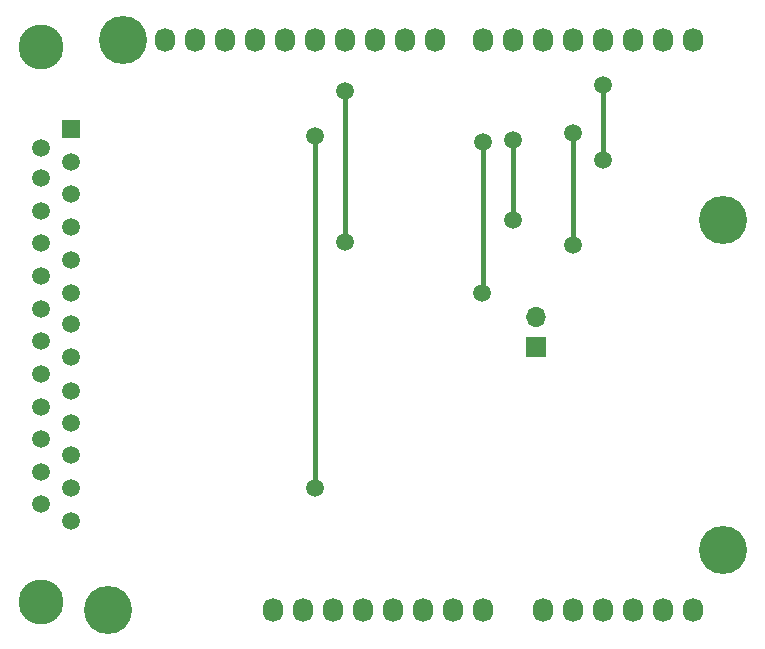
<source format=gbr>
G04 #@! TF.GenerationSoftware,KiCad,Pcbnew,(2017-06-10 revision eadfff8ac)-master*
G04 #@! TF.CreationDate,2017-06-12T02:29:33+02:00*
G04 #@! TF.ProjectId,GRBL_Stepcraft,4752424C5F5374657063726166742E6B,rev?*
G04 #@! TF.FileFunction,Copper,L2,Bot,Signal*
G04 #@! TF.FilePolarity,Positive*
%FSLAX46Y46*%
G04 Gerber Fmt 4.6, Leading zero omitted, Abs format (unit mm)*
G04 Created by KiCad (PCBNEW (2017-06-10 revision eadfff8ac)-master) date Mon Jun 12 02:29:33 2017*
%MOMM*%
%LPD*%
G01*
G04 APERTURE LIST*
%ADD10C,0.100000*%
%ADD11O,1.700000X1.700000*%
%ADD12R,1.700000X1.700000*%
%ADD13O,1.727200X2.032000*%
%ADD14C,4.064000*%
%ADD15C,1.520000*%
%ADD16R,1.520000X1.520000*%
%ADD17C,3.810000*%
%ADD18C,1.500000*%
%ADD19C,0.381000*%
G04 APERTURE END LIST*
D10*
D11*
X90678000Y-49530000D03*
D12*
X90678000Y-52070000D03*
D13*
X68453000Y-74295000D03*
X70993000Y-74295000D03*
X73533000Y-74295000D03*
X76073000Y-74295000D03*
X78613000Y-74295000D03*
X81153000Y-74295000D03*
X83693000Y-74295000D03*
X86233000Y-74295000D03*
X91313000Y-74295000D03*
X93853000Y-74295000D03*
X96393000Y-74295000D03*
X98933000Y-74295000D03*
X101473000Y-74295000D03*
X104013000Y-74295000D03*
X59309000Y-26035000D03*
X61849000Y-26035000D03*
X64389000Y-26035000D03*
X66929000Y-26035000D03*
X69469000Y-26035000D03*
X72009000Y-26035000D03*
X74549000Y-26035000D03*
X77089000Y-26035000D03*
X79629000Y-26035000D03*
X82169000Y-26035000D03*
X86233000Y-26035000D03*
X88773000Y-26035000D03*
X91313000Y-26035000D03*
X93853000Y-26035000D03*
X96393000Y-26035000D03*
X98933000Y-26035000D03*
X101473000Y-26035000D03*
X104013000Y-26035000D03*
D14*
X54483000Y-74295000D03*
X106553000Y-69215000D03*
X55753000Y-26035000D03*
X106553000Y-41275000D03*
D15*
X48768000Y-65400000D03*
X48768000Y-62610000D03*
X48768000Y-59860000D03*
X48768000Y-57170000D03*
X48768000Y-54330000D03*
X48768000Y-51580000D03*
X48768000Y-48840000D03*
X48768000Y-46050000D03*
X48768000Y-43300000D03*
X48768000Y-40560000D03*
X48768000Y-37760000D03*
X48768000Y-35220000D03*
X51308000Y-66800000D03*
X51308000Y-64000000D03*
X51308000Y-61210000D03*
X51308000Y-58540000D03*
X51308000Y-55750000D03*
X51308000Y-52950000D03*
X51308000Y-50160000D03*
X51308000Y-47490000D03*
X51308000Y-44700000D03*
X51308000Y-41910000D03*
X51308000Y-39110000D03*
X51308000Y-36440000D03*
D16*
X51308000Y-33650000D03*
D17*
X48768000Y-26670000D03*
X48768000Y-73660000D03*
D18*
X74549000Y-30353000D03*
X74549000Y-43180000D03*
X72009000Y-64008000D03*
X72009000Y-34163000D03*
X93853000Y-43434000D03*
X93853000Y-33909000D03*
X86106000Y-47498000D03*
X86233000Y-34671000D03*
X96393000Y-29845000D03*
X96393000Y-36195000D03*
X88773000Y-41275000D03*
X88773000Y-34544000D03*
D19*
X74549000Y-43180000D02*
X74549000Y-30353000D01*
X72009000Y-34163000D02*
X72009000Y-64008000D01*
X93853000Y-33909000D02*
X93853000Y-43434000D01*
X86233000Y-34671000D02*
X86233000Y-47371000D01*
X86233000Y-47371000D02*
X86106000Y-47498000D01*
X96393000Y-36195000D02*
X96393000Y-29845000D01*
X88773000Y-34544000D02*
X88773000Y-41275000D01*
M02*

</source>
